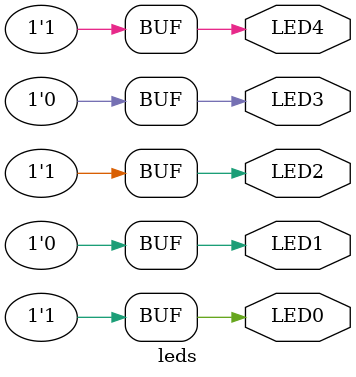
<source format=v>

`timescale 1ns/1ps

module leds(
            output wire LED0,
            output wire LED1,
            output wire LED2,
            output wire LED3,
            output wire LED4);

assign LED0 = 1;
assign LED1 = 0;
assign LED2 = 1;
assign LED3 = 0;
assign LED4 = 1;

endmodule

</source>
